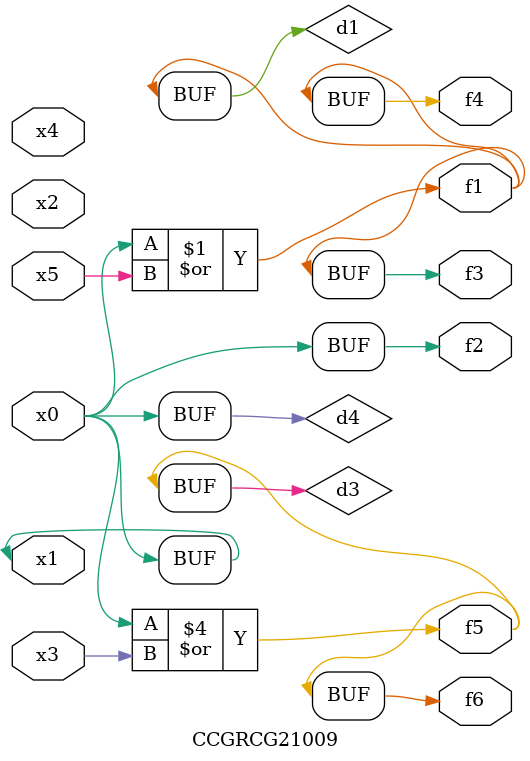
<source format=v>
module CCGRCG21009(
	input x0, x1, x2, x3, x4, x5,
	output f1, f2, f3, f4, f5, f6
);

	wire d1, d2, d3, d4;

	or (d1, x0, x5);
	xnor (d2, x1, x4);
	or (d3, x0, x3);
	buf (d4, x0, x1);
	assign f1 = d1;
	assign f2 = d4;
	assign f3 = d1;
	assign f4 = d1;
	assign f5 = d3;
	assign f6 = d3;
endmodule

</source>
